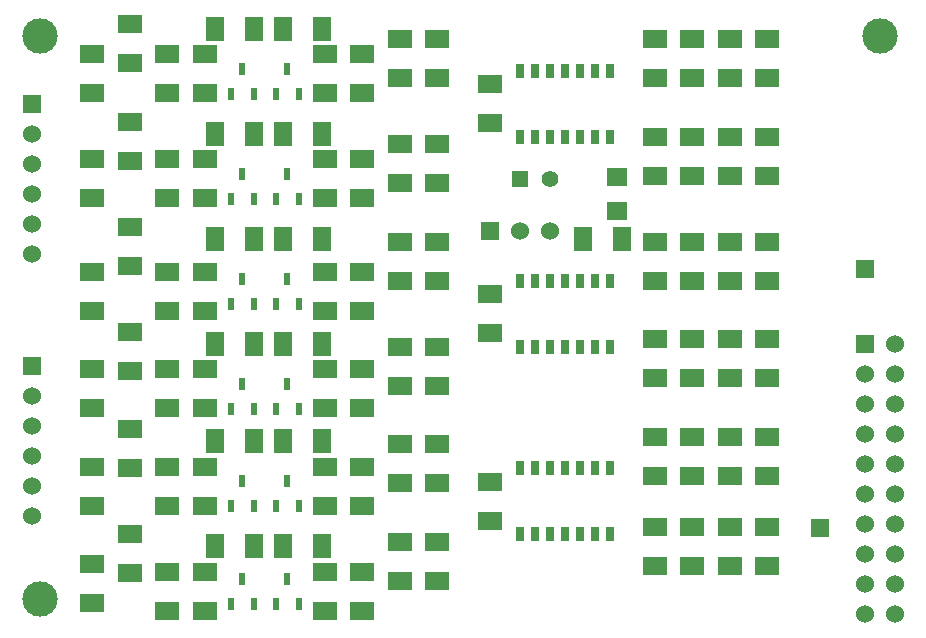
<source format=gts>
G04 (created by PCBNEW (2013-07-07 BZR 4022)-stable) date 11/28/2013 9:42:38 AM*
%MOIN*%
G04 Gerber Fmt 3.4, Leading zero omitted, Abs format*
%FSLAX34Y34*%
G01*
G70*
G90*
G04 APERTURE LIST*
%ADD10C,0.00590551*%
%ADD11R,0.08X0.06*%
%ADD12R,0.06X0.06*%
%ADD13C,0.06*%
%ADD14R,0.06X0.08*%
%ADD15R,0.0709X0.0629*%
%ADD16R,0.0236X0.0394*%
%ADD17C,0.11811*%
%ADD18R,0.025X0.05*%
%ADD19R,0.055X0.055*%
%ADD20C,0.055*%
G04 APERTURE END LIST*
G54D10*
G54D11*
X58250Y-65650D03*
X58250Y-64350D03*
X57000Y-64350D03*
X57000Y-65650D03*
G54D12*
X64000Y-58250D03*
G54D13*
X65000Y-58250D03*
X64000Y-59250D03*
X65000Y-59250D03*
X64000Y-60250D03*
X65000Y-60250D03*
X64000Y-61250D03*
X65000Y-61250D03*
X64000Y-62250D03*
X65000Y-62250D03*
X64000Y-63250D03*
X65000Y-63250D03*
X64000Y-64250D03*
X65000Y-64250D03*
X64000Y-65250D03*
X65000Y-65250D03*
X64000Y-66250D03*
X65000Y-66250D03*
X64000Y-67250D03*
X65000Y-67250D03*
G54D11*
X38250Y-66900D03*
X38250Y-65600D03*
X60750Y-64350D03*
X60750Y-65650D03*
X59500Y-65650D03*
X59500Y-64350D03*
X39500Y-65900D03*
X39500Y-64600D03*
X58250Y-62650D03*
X58250Y-61350D03*
X57000Y-61350D03*
X57000Y-62650D03*
X38250Y-63650D03*
X38250Y-62350D03*
X39500Y-62400D03*
X39500Y-61100D03*
X59500Y-62650D03*
X59500Y-61350D03*
X60750Y-61350D03*
X60750Y-62650D03*
X48500Y-66150D03*
X48500Y-64850D03*
X42000Y-65850D03*
X42000Y-67150D03*
X47250Y-65850D03*
X47250Y-67150D03*
X49750Y-66150D03*
X49750Y-64850D03*
X46000Y-65850D03*
X46000Y-67150D03*
X51500Y-62850D03*
X51500Y-64150D03*
X40750Y-65850D03*
X40750Y-67150D03*
X48500Y-62900D03*
X48500Y-61600D03*
X42000Y-62350D03*
X42000Y-63650D03*
X46000Y-62350D03*
X46000Y-63650D03*
X40750Y-62350D03*
X40750Y-63650D03*
X58250Y-59400D03*
X58250Y-58100D03*
X40750Y-59100D03*
X40750Y-60400D03*
X46000Y-59100D03*
X46000Y-60400D03*
X42000Y-59100D03*
X42000Y-60400D03*
X48500Y-59650D03*
X48500Y-58350D03*
G54D14*
X44600Y-65000D03*
X45900Y-65000D03*
X42350Y-65000D03*
X43650Y-65000D03*
G54D11*
X38250Y-60400D03*
X38250Y-59100D03*
X57000Y-58100D03*
X57000Y-59400D03*
G54D14*
X54600Y-54750D03*
X55900Y-54750D03*
G54D12*
X51500Y-54500D03*
G54D13*
X52500Y-54500D03*
X53500Y-54500D03*
G54D15*
X55750Y-52691D03*
X55750Y-53809D03*
G54D16*
X42875Y-63666D03*
X43250Y-62834D03*
X43625Y-63666D03*
X44375Y-53416D03*
X44750Y-52584D03*
X45125Y-53416D03*
X42875Y-53416D03*
X43250Y-52584D03*
X43625Y-53416D03*
X44375Y-66916D03*
X44750Y-66084D03*
X45125Y-66916D03*
X44375Y-63666D03*
X44750Y-62834D03*
X45125Y-63666D03*
G54D11*
X58250Y-52650D03*
X58250Y-51350D03*
X57000Y-51350D03*
X57000Y-52650D03*
X38250Y-52100D03*
X38250Y-53400D03*
X39500Y-52150D03*
X39500Y-50850D03*
X59500Y-52650D03*
X59500Y-51350D03*
X60750Y-51350D03*
X60750Y-52650D03*
X48500Y-52900D03*
X48500Y-51600D03*
X49750Y-52900D03*
X49750Y-51600D03*
X42000Y-52100D03*
X42000Y-53400D03*
X46000Y-52100D03*
X46000Y-53400D03*
X47250Y-52100D03*
X47250Y-53400D03*
X40750Y-52100D03*
X40750Y-53400D03*
G54D16*
X42875Y-66916D03*
X43250Y-66084D03*
X43625Y-66916D03*
G54D12*
X36250Y-50250D03*
G54D13*
X36250Y-51250D03*
X36250Y-52250D03*
X36250Y-53250D03*
X36250Y-54250D03*
X36250Y-55250D03*
G54D11*
X49750Y-62900D03*
X49750Y-61600D03*
X47250Y-62350D03*
X47250Y-63650D03*
X51500Y-50900D03*
X51500Y-49600D03*
X49750Y-59650D03*
X49750Y-58350D03*
X47250Y-59100D03*
X47250Y-60400D03*
X39500Y-59150D03*
X39500Y-57850D03*
G54D17*
X36500Y-48000D03*
X64500Y-48000D03*
G54D11*
X47250Y-55850D03*
X47250Y-57150D03*
X49750Y-56150D03*
X49750Y-54850D03*
X51500Y-56600D03*
X51500Y-57900D03*
X57000Y-54850D03*
X57000Y-56150D03*
X58250Y-56150D03*
X58250Y-54850D03*
X40750Y-55850D03*
X40750Y-57150D03*
X46000Y-55850D03*
X46000Y-57150D03*
X42000Y-55850D03*
X42000Y-57150D03*
X48500Y-56150D03*
X48500Y-54850D03*
X60750Y-54850D03*
X60750Y-56150D03*
X59500Y-56150D03*
X59500Y-54850D03*
X39500Y-55650D03*
X39500Y-54350D03*
X38250Y-57150D03*
X38250Y-55850D03*
G54D16*
X44375Y-60416D03*
X44750Y-59584D03*
X45125Y-60416D03*
X42875Y-60416D03*
X43250Y-59584D03*
X43625Y-60416D03*
X44375Y-56916D03*
X44750Y-56084D03*
X45125Y-56916D03*
X42875Y-56916D03*
X43250Y-56084D03*
X43625Y-56916D03*
G54D14*
X42350Y-61500D03*
X43650Y-61500D03*
X44600Y-61500D03*
X45900Y-61500D03*
X42350Y-58250D03*
X43650Y-58250D03*
X44600Y-58250D03*
X45900Y-58250D03*
X44600Y-51250D03*
X45900Y-51250D03*
X42350Y-51250D03*
X43650Y-51250D03*
X44600Y-54750D03*
X45900Y-54750D03*
X42350Y-54750D03*
X43650Y-54750D03*
G54D11*
X59500Y-59400D03*
X59500Y-58100D03*
X60750Y-58100D03*
X60750Y-59400D03*
G54D18*
X55500Y-62400D03*
X55000Y-62400D03*
X54500Y-62400D03*
X54000Y-62400D03*
X53500Y-62400D03*
X53000Y-62400D03*
X52500Y-62400D03*
X52500Y-64600D03*
X53000Y-64600D03*
X53500Y-64600D03*
X54000Y-64600D03*
X54500Y-64600D03*
X55000Y-64600D03*
X55500Y-64600D03*
X55500Y-56150D03*
X55000Y-56150D03*
X54500Y-56150D03*
X54000Y-56150D03*
X53500Y-56150D03*
X53000Y-56150D03*
X52500Y-56150D03*
X52500Y-58350D03*
X53000Y-58350D03*
X53500Y-58350D03*
X54000Y-58350D03*
X54500Y-58350D03*
X55000Y-58350D03*
X55500Y-58350D03*
X55500Y-49150D03*
X55000Y-49150D03*
X54500Y-49150D03*
X54000Y-49150D03*
X53500Y-49150D03*
X53000Y-49150D03*
X52500Y-49150D03*
X52500Y-51350D03*
X53000Y-51350D03*
X53500Y-51350D03*
X54000Y-51350D03*
X54500Y-51350D03*
X55000Y-51350D03*
X55500Y-51350D03*
G54D17*
X36500Y-66750D03*
G54D16*
X42875Y-49916D03*
X43250Y-49084D03*
X43625Y-49916D03*
X44375Y-49916D03*
X44750Y-49084D03*
X45125Y-49916D03*
G54D11*
X58250Y-49400D03*
X58250Y-48100D03*
X57000Y-48100D03*
X57000Y-49400D03*
X38250Y-48600D03*
X38250Y-49900D03*
X39500Y-48900D03*
X39500Y-47600D03*
X59500Y-49400D03*
X59500Y-48100D03*
X60750Y-48100D03*
X60750Y-49400D03*
X48500Y-49400D03*
X48500Y-48100D03*
X49750Y-49400D03*
X49750Y-48100D03*
X42000Y-48600D03*
X42000Y-49900D03*
X46000Y-48600D03*
X46000Y-49900D03*
X47250Y-48600D03*
X47250Y-49900D03*
X40750Y-48600D03*
X40750Y-49900D03*
G54D14*
X44600Y-47750D03*
X45900Y-47750D03*
X42350Y-47750D03*
X43650Y-47750D03*
G54D12*
X62500Y-64400D03*
X64000Y-55750D03*
X36250Y-59000D03*
G54D13*
X36250Y-60000D03*
X36250Y-61000D03*
X36250Y-62000D03*
X36250Y-63000D03*
X36250Y-64000D03*
G54D19*
X52500Y-52750D03*
G54D20*
X53500Y-52750D03*
M02*

</source>
